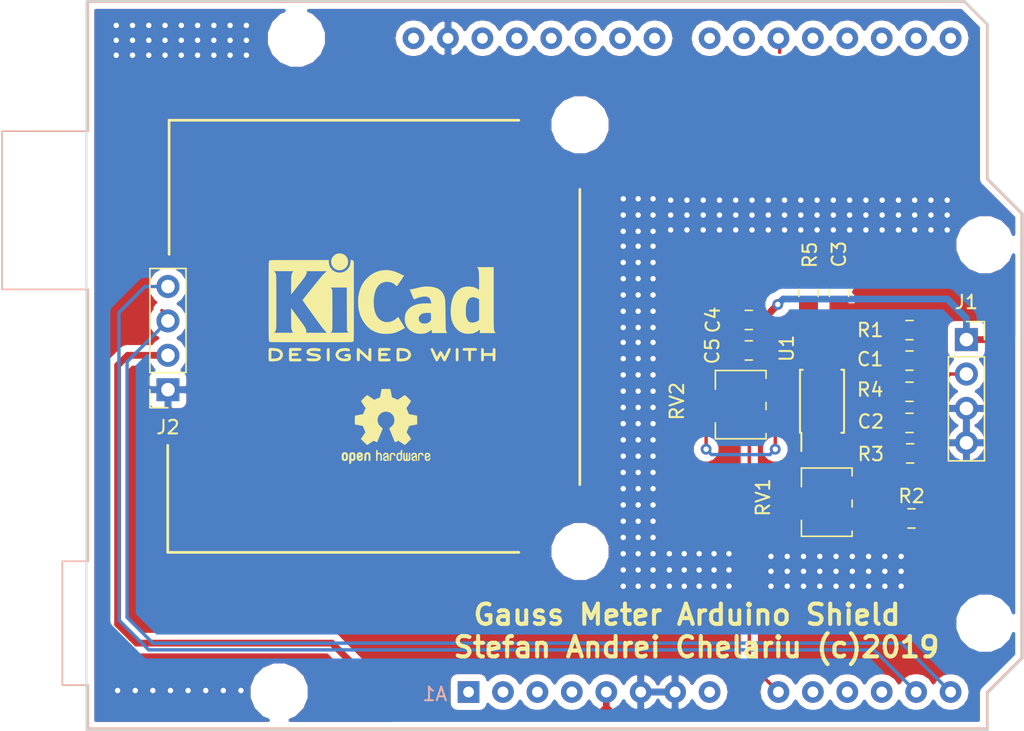
<source format=kicad_pcb>
(kicad_pcb (version 20171130) (host pcbnew "(5.0.0)")
  (layers (0 F.Cu signal) (31 B.Cu signal) (34 B.Paste user) (35 F.Paste user) (36 B.SilkS user) (37 F.SilkS user) (38 B.Mask user) (39 F.Mask user) (44 Edge.Cuts user))
  (net 0 "")
  (net 1 GND)
  (net 2 "Net-(A1-Pad30)")
  (net 3 "Net-(A1-Pad1)")
  (net 4 "Net-(A1-Pad17)")
  (net 5 "Net-(A1-Pad2)")
  (net 6 "Net-(A1-Pad18)")
  (net 7 "Net-(A1-Pad3)")
  (net 8 "Net-(A1-Pad19)")
  (net 9 "Net-(A1-Pad4)")
  (net 10 "Net-(A1-Pad20)")
  (net 11 +5V)
  (net 12 "Net-(A1-Pad21)")
  (net 13 "Net-(A1-Pad22)")
  (net 14 "Net-(A1-Pad23)")
  (net 15 "Net-(A1-Pad8)")
  (net 16 "Net-(A1-Pad24)")
  (net 17 "Net-(A1-Pad9)")
  (net 18 "Net-(A1-Pad25)")
  (net 19 "Net-(A1-Pad10)")
  (net 20 "Net-(A1-Pad26)")
  (net 21 "Net-(A1-Pad11)")
  (net 22 "Net-(A1-Pad27)")
  (net 23 "Net-(A1-Pad12)")
  (net 24 "Net-(A1-Pad28)")
  (net 25 "Net-(A1-Pad13)")
  (net 26 "Net-(A1-Pad14)")
  (net 27 "Net-(A1-Pad15)")
  (net 28 "Net-(A1-Pad16)")
  (net 29 "Net-(C1-Pad1)")
  (net 30 "Net-(C2-Pad1)")
  (net 31 "Net-(R2-Pad1)")
  (net 32 "Net-(R3-Pad2)")
  (net 33 "Net-(R5-Pad2)")
  (net 34 "Net-(RV1-Pad2)")
  (net 35 "Net-(RV2-Pad3)")
  (net 36 "Net-(RV2-Pad1)")
  (module Module:Arduino_UNO_R2_WithMountingHoles (layer B.Cu) (at 144.175001 112.315001)
    (fp_text reference A1 (at -2.49 0.15 -180) (layer B.SilkS) (effects (justify mirror)))
    (fp_text value Arduino_UNO_R2)
    (pad 29 thru_hole oval (at -1.52 -48.26 270) (size 1.6 1.6) (drill 0.8) (layers *.Cu *.Mask) (net 1 GND))
    (pad 30 thru_hole oval (at -4.06 -48.26 270) (size 1.6 1.6) (drill 0.8) (layers *.Cu *.Mask) (net 2 "Net-(A1-Pad30)"))
    (pad 1 thru_hole rect (at 0 0 270) (size 1.6 1.6) (drill 0.8) (layers *.Cu *.Mask) (net 3 "Net-(A1-Pad1)"))
    (pad 17 thru_hole oval (at 30.48 -48.26 270) (size 1.6 1.6) (drill 0.8) (layers *.Cu *.Mask) (net 4 "Net-(A1-Pad17)"))
    (pad 2 thru_hole oval (at 2.54 0 270) (size 1.6 1.6) (drill 0.8) (layers *.Cu *.Mask) (net 5 "Net-(A1-Pad2)"))
    (pad 18 thru_hole oval (at 27.94 -48.26 270) (size 1.6 1.6) (drill 0.8) (layers *.Cu *.Mask) (net 6 "Net-(A1-Pad18)"))
    (pad 3 thru_hole oval (at 5.08 0 270) (size 1.6 1.6) (drill 0.8) (layers *.Cu *.Mask) (net 7 "Net-(A1-Pad3)"))
    (pad 19 thru_hole oval (at 25.4 -48.26 270) (size 1.6 1.6) (drill 0.8) (layers *.Cu *.Mask) (net 8 "Net-(A1-Pad19)"))
    (pad 4 thru_hole oval (at 7.62 0 270) (size 1.6 1.6) (drill 0.8) (layers *.Cu *.Mask) (net 9 "Net-(A1-Pad4)"))
    (pad 20 thru_hole oval (at 22.86 -48.26 270) (size 1.6 1.6) (drill 0.8) (layers *.Cu *.Mask) (net 10 "Net-(A1-Pad20)"))
    (pad 5 thru_hole oval (at 10.16 0 270) (size 1.6 1.6) (drill 0.8) (layers *.Cu *.Mask) (net 11 +5V))
    (pad 21 thru_hole oval (at 20.32 -48.26 270) (size 1.6 1.6) (drill 0.8) (layers *.Cu *.Mask) (net 12 "Net-(A1-Pad21)"))
    (pad 6 thru_hole oval (at 12.7 0 270) (size 1.6 1.6) (drill 0.8) (layers *.Cu *.Mask) (net 1 GND))
    (pad 22 thru_hole oval (at 17.78 -48.26 270) (size 1.6 1.6) (drill 0.8) (layers *.Cu *.Mask) (net 13 "Net-(A1-Pad22)"))
    (pad 7 thru_hole oval (at 15.24 0 270) (size 1.6 1.6) (drill 0.8) (layers *.Cu *.Mask) (net 1 GND))
    (pad 23 thru_hole oval (at 13.72 -48.26 270) (size 1.6 1.6) (drill 0.8) (layers *.Cu *.Mask) (net 14 "Net-(A1-Pad23)"))
    (pad 8 thru_hole oval (at 17.78 0 270) (size 1.6 1.6) (drill 0.8) (layers *.Cu *.Mask) (net 15 "Net-(A1-Pad8)"))
    (pad 24 thru_hole oval (at 11.18 -48.26 270) (size 1.6 1.6) (drill 0.8) (layers *.Cu *.Mask) (net 16 "Net-(A1-Pad24)"))
    (pad 9 thru_hole oval (at 22.86 0 270) (size 1.6 1.6) (drill 0.8) (layers *.Cu *.Mask) (net 17 "Net-(A1-Pad9)"))
    (pad 25 thru_hole oval (at 8.64 -48.26 270) (size 1.6 1.6) (drill 0.8) (layers *.Cu *.Mask) (net 18 "Net-(A1-Pad25)"))
    (pad 10 thru_hole oval (at 25.4 0 270) (size 1.6 1.6) (drill 0.8) (layers *.Cu *.Mask) (net 19 "Net-(A1-Pad10)"))
    (pad 26 thru_hole oval (at 6.1 -48.26 270) (size 1.6 1.6) (drill 0.8) (layers *.Cu *.Mask) (net 20 "Net-(A1-Pad26)"))
    (pad 11 thru_hole oval (at 27.94 0 270) (size 1.6 1.6) (drill 0.8) (layers *.Cu *.Mask) (net 21 "Net-(A1-Pad11)"))
    (pad 27 thru_hole oval (at 3.56 -48.26 270) (size 1.6 1.6) (drill 0.8) (layers *.Cu *.Mask) (net 22 "Net-(A1-Pad27)"))
    (pad 12 thru_hole oval (at 30.48 0 270) (size 1.6 1.6) (drill 0.8) (layers *.Cu *.Mask) (net 23 "Net-(A1-Pad12)"))
    (pad 28 thru_hole oval (at 1.02 -48.26 270) (size 1.6 1.6) (drill 0.8) (layers *.Cu *.Mask) (net 24 "Net-(A1-Pad28)"))
    (pad 13 thru_hole oval (at 33.02 0 270) (size 1.6 1.6) (drill 0.8) (layers *.Cu *.Mask) (net 25 "Net-(A1-Pad13)"))
    (pad 14 thru_hole oval (at 35.56 0 270) (size 1.6 1.6) (drill 0.8) (layers *.Cu *.Mask) (net 26 "Net-(A1-Pad14)"))
    (pad 15 thru_hole oval (at 35.56 -48.26 270) (size 1.6 1.6) (drill 0.8) (layers *.Cu *.Mask) (net 27 "Net-(A1-Pad15)"))
    (pad 16 thru_hole oval (at 33.02 -48.26 270) (size 1.6 1.6) (drill 0.8) (layers *.Cu *.Mask) (net 28 "Net-(A1-Pad16)"))
    (pad "" np_thru_hole circle (at -13.97 0 270) (size 3.2 3.2) (drill 3.2) (layers *.Cu *.Mask))
    (pad "" np_thru_hole circle (at -12.7 -48.26 270) (size 3.2 3.2) (drill 3.2) (layers *.Cu *.Mask))
    (pad "" np_thru_hole circle (at 38.1 -33.02 270) (size 3.2 3.2) (drill 3.2) (layers *.Cu *.Mask))
    (pad "" np_thru_hole circle (at 38.1 -5.08 270) (size 3.2 3.2) (drill 3.2) (layers *.Cu *.Mask))
  )
  (module Capacitor_SMD:C_0805_2012Metric_Pad1.15x1.40mm_HandSolder (layer F.Cu) (at 176.7 87.85)
    (fp_text reference C1 (at -2.9 -0.1) (layer F.SilkS))
    (fp_text value 470p)
    (pad 1 smd roundrect (at -1.025 0) (size 1.15 1.4) (layers F.Cu F.Paste F.Mask) (roundrect_rratio 0.217391) (net 29 "Net-(C1-Pad1)"))
    (pad 2 smd roundrect (at 1.025 0) (size 1.15 1.4) (layers F.Cu F.Paste F.Mask) (roundrect_rratio 0.217391) (net 1 GND))
  )
  (module Capacitor_SMD:C_0805_2012Metric_Pad1.15x1.40mm_HandSolder (layer F.Cu) (at 176.7 92.45)
    (fp_text reference C2 (at -2.85 -0.1) (layer F.SilkS))
    (fp_text value 47p)
    (pad 2 smd roundrect (at 1.025 0) (size 1.15 1.4) (layers F.Cu F.Paste F.Mask) (roundrect_rratio 0.217391) (net 1 GND))
    (pad 1 smd roundrect (at -1.025 0) (size 1.15 1.4) (layers F.Cu F.Paste F.Mask) (roundrect_rratio 0.217391) (net 30 "Net-(C2-Pad1)"))
  )
  (module Capacitor_SMD:C_0805_2012Metric_Pad1.15x1.40mm_HandSolder (layer F.Cu) (at 171.5 82.85 270)
    (fp_text reference C3 (at -2.85 0 270) (layer F.SilkS))
    (fp_text value 1n)
    (pad 1 smd roundrect (at -1.025 0 270) (size 1.15 1.4) (layers F.Cu F.Paste F.Mask) (roundrect_rratio 0.217391) (net 17 "Net-(A1-Pad9)"))
    (pad 2 smd roundrect (at 1.025 0 270) (size 1.15 1.4) (layers F.Cu F.Paste F.Mask) (roundrect_rratio 0.217391) (net 1 GND))
  )
  (module Capacitor_SMD:C_0805_2012Metric_Pad1.15x1.40mm_HandSolder (layer F.Cu) (at 164.85 84.85 180)
    (fp_text reference C4 (at 2.65 0 270) (layer F.SilkS))
    (fp_text value 10u)
    (pad 2 smd roundrect (at 1.025 0 180) (size 1.15 1.4) (layers F.Cu F.Paste F.Mask) (roundrect_rratio 0.217391) (net 1 GND))
    (pad 1 smd roundrect (at -1.025 0 180) (size 1.15 1.4) (layers F.Cu F.Paste F.Mask) (roundrect_rratio 0.217391) (net 11 +5V))
  )
  (module Capacitor_SMD:C_0805_2012Metric_Pad1.15x1.40mm_HandSolder (layer F.Cu) (at 164.85 87.1 180)
    (fp_text reference C5 (at 2.7 -0.05 270) (layer F.SilkS))
    (fp_text value 0.1u)
    (pad 1 smd roundrect (at -1.025 0 180) (size 1.15 1.4) (layers F.Cu F.Paste F.Mask) (roundrect_rratio 0.217391) (net 11 +5V))
    (pad 2 smd roundrect (at 1.025 0 180) (size 1.15 1.4) (layers F.Cu F.Paste F.Mask) (roundrect_rratio 0.217391) (net 1 GND))
  )
  (module Connector_PinSocket_2.54mm:PinSocket_1x04_P2.54mm_Vertical (layer F.Cu) (at 180.9 86.3)
    (fp_text reference J1 (at 0 -2.77) (layer F.SilkS))
    (fp_text value Conn_01x04)
    (pad 1 thru_hole rect (at 0 0) (size 1.7 1.7) (drill 1) (layers *.Cu *.Mask) (net 11 +5V))
    (pad 2 thru_hole oval (at 0 2.54) (size 1.7 1.7) (drill 1) (layers *.Cu *.Mask) (net 29 "Net-(C1-Pad1)"))
    (pad 3 thru_hole oval (at 0 5.08) (size 1.7 1.7) (drill 1) (layers *.Cu *.Mask) (net 1 GND))
    (pad 4 thru_hole oval (at 0 7.62) (size 1.7 1.7) (drill 1) (layers *.Cu *.Mask) (net 1 GND))
  )
  (module Resistor_SMD:R_0805_2012Metric_Pad1.15x1.40mm_HandSolder (layer F.Cu) (at 176.7 85.6)
    (fp_text reference R1 (at -2.9 0) (layer F.SilkS))
    (fp_text value 100k)
    (pad 1 smd roundrect (at -1.025 0) (size 1.15 1.4) (layers F.Cu F.Paste F.Mask) (roundrect_rratio 0.217391) (net 29 "Net-(C1-Pad1)"))
    (pad 2 smd roundrect (at 1.025 0) (size 1.15 1.4) (layers F.Cu F.Paste F.Mask) (roundrect_rratio 0.217391) (net 1 GND))
  )
  (module Resistor_SMD:R_0805_2012Metric_Pad1.15x1.40mm_HandSolder (layer F.Cu) (at 176.85 99.5)
    (fp_text reference R2 (at 0 -1.65) (layer F.SilkS))
    (fp_text value 47k)
    (pad 2 smd roundrect (at 1.025 0) (size 1.15 1.4) (layers F.Cu F.Paste F.Mask) (roundrect_rratio 0.217391) (net 11 +5V))
    (pad 1 smd roundrect (at -1.025 0) (size 1.15 1.4) (layers F.Cu F.Paste F.Mask) (roundrect_rratio 0.217391) (net 31 "Net-(R2-Pad1)"))
  )
  (module Resistor_SMD:R_0805_2012Metric_Pad1.15x1.40mm_HandSolder (layer F.Cu) (at 176.75 94.7 180)
    (fp_text reference R3 (at 2.9 -0.05 180) (layer F.SilkS))
    (fp_text value 47k)
    (pad 1 smd roundrect (at -1.025 0 180) (size 1.15 1.4) (layers F.Cu F.Paste F.Mask) (roundrect_rratio 0.217391) (net 1 GND))
    (pad 2 smd roundrect (at 1.025 0 180) (size 1.15 1.4) (layers F.Cu F.Paste F.Mask) (roundrect_rratio 0.217391) (net 32 "Net-(R3-Pad2)"))
  )
  (module Resistor_SMD:R_0805_2012Metric_Pad1.15x1.40mm_HandSolder (layer F.Cu) (at 176.7 90.15)
    (fp_text reference R4 (at -2.9 -0.15) (layer F.SilkS))
    (fp_text value 10k)
    (pad 2 smd roundrect (at 1.025 0) (size 1.15 1.4) (layers F.Cu F.Paste F.Mask) (roundrect_rratio 0.217391) (net 1 GND))
    (pad 1 smd roundrect (at -1.025 0) (size 1.15 1.4) (layers F.Cu F.Paste F.Mask) (roundrect_rratio 0.217391) (net 30 "Net-(C2-Pad1)"))
  )
  (module Resistor_SMD:R_0805_2012Metric_Pad1.15x1.40mm_HandSolder (layer F.Cu) (at 169.25 82.85 270)
    (fp_text reference R5 (at -2.8 -0.1 270) (layer F.SilkS))
    (fp_text value 100)
    (pad 1 smd roundrect (at -1.025 0 270) (size 1.15 1.4) (layers F.Cu F.Paste F.Mask) (roundrect_rratio 0.217391) (net 17 "Net-(A1-Pad9)"))
    (pad 2 smd roundrect (at 1.025 0 270) (size 1.15 1.4) (layers F.Cu F.Paste F.Mask) (roundrect_rratio 0.217391) (net 33 "Net-(R5-Pad2)"))
  )
  (module Potentiometer_SMD:Potentiometer_Bourns_3214X_Vertical (layer F.Cu) (at 170.6 98.4 270)
    (fp_text reference RV1 (at -0.45 4.7 270) (layer F.SilkS))
    (fp_text value 10k)
    (pad 1 smd rect (at 1.15 -2.55 270) (size 1.3 1.9) (layers F.Cu F.Paste F.Mask) (net 31 "Net-(R2-Pad1)"))
    (pad 2 smd rect (at 0 2.55 270) (size 2 1.9) (layers F.Cu F.Paste F.Mask) (net 34 "Net-(RV1-Pad2)"))
    (pad 3 smd rect (at -1.15 -2.55 270) (size 1.3 1.9) (layers F.Cu F.Paste F.Mask) (net 32 "Net-(R3-Pad2)"))
  )
  (module Potentiometer_SMD:Potentiometer_Bourns_3214X_Vertical (layer F.Cu) (at 164.25 91.2 270)
    (fp_text reference RV2 (at -0.35 4.7 270) (layer F.SilkS))
    (fp_text value 10k)
    (pad 3 smd rect (at -1.15 -2.55 270) (size 1.3 1.9) (layers F.Cu F.Paste F.Mask) (net 35 "Net-(RV2-Pad3)"))
    (pad 2 smd rect (at 0 2.55 270) (size 2 1.9) (layers F.Cu F.Paste F.Mask) (net 36 "Net-(RV2-Pad1)"))
    (pad 1 smd rect (at 1.15 -2.55 270) (size 1.3 1.9) (layers F.Cu F.Paste F.Mask) (net 36 "Net-(RV2-Pad1)"))
  )
  (module Package_SO:TSSOP-8_4.4x3mm_P0.65mm (layer F.Cu) (at 170.25 90.85 90)
    (fp_text reference U1 (at 3.9 -2.6 90) (layer F.SilkS))
    (fp_text value INA326)
    (pad 1 smd rect (at -2.95 -0.975 90) (size 1.45 0.45) (layers F.Cu F.Paste F.Mask) (net 36 "Net-(RV2-Pad1)"))
    (pad 2 smd rect (at -2.95 -0.325 90) (size 1.45 0.45) (layers F.Cu F.Paste F.Mask) (net 34 "Net-(RV1-Pad2)"))
    (pad 3 smd rect (at -2.95 0.325 90) (size 1.45 0.45) (layers F.Cu F.Paste F.Mask) (net 29 "Net-(C1-Pad1)"))
    (pad 4 smd rect (at -2.95 0.975 90) (size 1.45 0.45) (layers F.Cu F.Paste F.Mask) (net 1 GND))
    (pad 5 smd rect (at 2.95 0.975 90) (size 1.45 0.45) (layers F.Cu F.Paste F.Mask) (net 30 "Net-(C2-Pad1)"))
    (pad 6 smd rect (at 2.95 0.325 90) (size 1.45 0.45) (layers F.Cu F.Paste F.Mask) (net 33 "Net-(R5-Pad2)"))
    (pad 7 smd rect (at 2.95 -0.325 90) (size 1.45 0.45) (layers F.Cu F.Paste F.Mask) (net 11 +5V))
    (pad 8 smd rect (at 2.95 -0.975 90) (size 1.45 0.45) (layers F.Cu F.Paste F.Mask) (net 35 "Net-(RV2-Pad3)"))
  )
  (module Connector_PinSocket_2.54mm:PinSocket_1x04_P2.54mm_Vertical (layer F.Cu) (at 122 90 180)
    (fp_text reference J2 (at 0 -2.77 180) (layer F.SilkS))
    (fp_text value "128x64 - SSH1106")
    (pad 1 thru_hole rect (at 0 0 180) (size 1.7 1.7) (drill 1) (layers *.Cu *.Mask) (net 1 GND))
    (pad 2 thru_hole oval (at 0 2.54 180) (size 1.7 1.7) (drill 1) (layers *.Cu *.Mask) (net 11 +5V))
    (pad 3 thru_hole oval (at 0 5.08 180) (size 1.7 1.7) (drill 1) (layers *.Cu *.Mask) (net 26 "Net-(A1-Pad14)"))
    (pad 4 thru_hole oval (at 0 7.62 180) (size 1.7 1.7) (drill 1) (layers *.Cu *.Mask) (net 25 "Net-(A1-Pad13)"))
  )
  (module Symbol:KiCad-Logo2_8mm_SilkScreen (layer F.Cu) (at 137.785001 83.905001)
    (fp_text reference REF** hide)
    (fp_text value KiCad-Logo2_8mm_SilkScreen hide)
  )
  (module Symbol:OSHW-Logo2_7.3x6mm_SilkScreen (layer F.Cu) (at 138.085001 92.705001)
    (fp_text reference REF** hide)
    (fp_text value OSHW-Logo2_7.3x6mm_SilkScreen hide)
  )
  (module MountingHole:MountingHole_3.2mm_M3 (layer F.Cu) (at 152.4 70.44)
    (fp_text reference REF** hide)
    (fp_text value MountingHole_3.2mm_M3)
    (pad 1 np_thru_hole circle (at 0 0) (size 3.2 3.2) (drill 3.2) (layers *.Cu *.Mask))
  )
  (module MountingHole:MountingHole_3.2mm_M3 (layer F.Cu) (at 152.4 101.94)
    (fp_text reference REF** hide)
    (fp_text value MountingHole_3.2mm_M3)
    (pad 1 np_thru_hole circle (at 0 0) (size 3.2 3.2) (drill 3.2) (layers *.Cu *.Mask))
  )
  (gr_line (start 152.385001 75.205001) (end 152.385001 97.005001) (layer F.SilkS) (width 0.2))
  (gr_line (start 121.985001 102.005001) (end 147.885001 102.005001) (layer F.SilkS) (width 0.2))
  (gr_line (start 121.985001 94.105001) (end 121.985001 102.005001) (layer F.SilkS) (width 0.2))
  (gr_line (start 122.085001 70.105001) (end 147.885001 70.105001) (layer F.SilkS) (width 0.2))
  (gr_line (start 122.085001 80.005001) (end 122.085001 70.105001) (layer F.SilkS) (width 0.2))
  (gr_line (start 182.485001 115.105001) (end 115.985001 115.105001) (layer Edge.Cuts) (width 0.15))
  (gr_line (start 182.485001 112.405001) (end 182.485001 115.105001) (layer Edge.Cuts) (width 0.15))
  (gr_line (start 185.085001 109.805001) (end 182.485001 112.405001) (layer Edge.Cuts) (width 0.15))
  (gr_line (start 185.085001 77.005001) (end 185.085001 109.805001) (layer Edge.Cuts) (width 0.15))
  (gr_line (start 182.485001 74.405001) (end 185.085001 77.005001) (layer Edge.Cuts) (width 0.15))
  (gr_line (start 182.485001 63.005001) (end 182.485001 74.405001) (layer Edge.Cuts) (width 0.15))
  (gr_line (start 180.785001 61.305001) (end 182.485001 63.005001) (layer Edge.Cuts) (width 0.15))
  (gr_line (start 115.985001 61.305001) (end 180.785001 61.305001) (layer Edge.Cuts) (width 0.15))
  (gr_line (start 115.985001 115.105001) (end 115.985001 61.305001) (layer Edge.Cuts) (width 0.15))
  (gr_text "Stefan Andrei Chelariu (c)2019" (at 160.985001 109.005001) (layer F.SilkS) (effects (font (size 1.5 1.5) (thickness 0.3))))
  (gr_text "Gauss Meter Arduino Shield" (at 160.285001 106.605001) (layer F.SilkS) (effects (font (size 1.5 1.5) (thickness 0.3))))
  (via (at 166.485001 102.305001) (size 0.8) (drill 0.4) (layers F.Cu B.Cu) (net 1))
  (via (at 167.685001 102.305001) (size 0.8) (drill 0.4) (layers F.Cu B.Cu) (net 1))
  (via (at 168.885001 102.305001) (size 0.8) (drill 0.4) (layers F.Cu B.Cu) (net 1))
  (via (at 170.085001 102.305001) (size 0.8) (drill 0.4) (layers F.Cu B.Cu) (net 1))
  (via (at 171.285001 102.305001) (size 0.8) (drill 0.4) (layers F.Cu B.Cu) (net 1))
  (via (at 172.485001 102.305001) (size 0.8) (drill 0.4) (layers F.Cu B.Cu) (net 1))
  (via (at 173.685001 102.305001) (size 0.8) (drill 0.4) (layers F.Cu B.Cu) (net 1))
  (via (at 174.885001 102.305001) (size 0.8) (drill 0.4) (layers F.Cu B.Cu) (net 1))
  (via (at 176.085001 102.305001) (size 0.8) (drill 0.4) (layers F.Cu B.Cu) (net 1))
  (via (at 166.485001 103.405001) (size 0.8) (drill 0.4) (layers F.Cu B.Cu) (net 1))
  (via (at 167.685001 103.405001) (size 0.8) (drill 0.4) (layers F.Cu B.Cu) (net 1))
  (via (at 168.885001 103.405001) (size 0.8) (drill 0.4) (layers F.Cu B.Cu) (net 1))
  (via (at 170.085001 103.405001) (size 0.8) (drill 0.4) (layers F.Cu B.Cu) (net 1))
  (via (at 171.285001 103.405001) (size 0.8) (drill 0.4) (layers F.Cu B.Cu) (net 1))
  (via (at 172.485001 103.405001) (size 0.8) (drill 0.4) (layers F.Cu B.Cu) (net 1))
  (via (at 173.685001 103.405001) (size 0.8) (drill 0.4) (layers F.Cu B.Cu) (net 1))
  (via (at 174.885001 103.405001) (size 0.8) (drill 0.4) (layers F.Cu B.Cu) (net 1))
  (via (at 176.085001 103.405001) (size 0.8) (drill 0.4) (layers F.Cu B.Cu) (net 1))
  (via (at 166.485001 104.505001) (size 0.8) (drill 0.4) (layers F.Cu B.Cu) (net 1))
  (via (at 167.685001 104.505001) (size 0.8) (drill 0.4) (layers F.Cu B.Cu) (net 1))
  (via (at 168.885001 104.505001) (size 0.8) (drill 0.4) (layers F.Cu B.Cu) (net 1))
  (via (at 170.085001 104.505001) (size 0.8) (drill 0.4) (layers F.Cu B.Cu) (net 1))
  (via (at 171.285001 104.505001) (size 0.8) (drill 0.4) (layers F.Cu B.Cu) (net 1))
  (via (at 172.485001 104.505001) (size 0.8) (drill 0.4) (layers F.Cu B.Cu) (net 1))
  (via (at 173.685001 104.505001) (size 0.8) (drill 0.4) (layers F.Cu B.Cu) (net 1))
  (via (at 174.885001 104.505001) (size 0.8) (drill 0.4) (layers F.Cu B.Cu) (net 1))
  (via (at 176.085001 104.505001) (size 0.8) (drill 0.4) (layers F.Cu B.Cu) (net 1))
  (via (at 118.285001 112.205001) (size 0.8) (drill 0.4) (layers F.Cu B.Cu) (net 1))
  (via (at 119.585001 112.205001) (size 0.8) (drill 0.4) (layers F.Cu B.Cu) (net 1))
  (via (at 120.885001 112.205001) (size 0.8) (drill 0.4) (layers F.Cu B.Cu) (net 1))
  (via (at 122.185001 112.205001) (size 0.8) (drill 0.4) (layers F.Cu B.Cu) (net 1))
  (via (at 123.485001 112.205001) (size 0.8) (drill 0.4) (layers F.Cu B.Cu) (net 1))
  (via (at 124.785001 112.205001) (size 0.8) (drill 0.4) (layers F.Cu B.Cu) (net 1))
  (via (at 126.085001 112.205001) (size 0.8) (drill 0.4) (layers F.Cu B.Cu) (net 1))
  (via (at 127.385001 112.205001) (size 0.8) (drill 0.4) (layers F.Cu B.Cu) (net 1))
  (via (at 127.785001 65.305001) (size 0.8) (drill 0.4) (layers F.Cu B.Cu) (net 1))
  (via (at 125.385001 65.305001) (size 0.8) (drill 0.4) (layers F.Cu B.Cu) (net 1))
  (via (at 127.785001 64.205001) (size 0.8) (drill 0.4) (layers F.Cu B.Cu) (net 1))
  (via (at 122.985001 64.205001) (size 0.8) (drill 0.4) (layers F.Cu B.Cu) (net 1))
  (via (at 122.985001 65.305001) (size 0.8) (drill 0.4) (layers F.Cu B.Cu) (net 1))
  (via (at 126.585001 64.205001) (size 0.8) (drill 0.4) (layers F.Cu B.Cu) (net 1))
  (via (at 121.785001 65.305001) (size 0.8) (drill 0.4) (layers F.Cu B.Cu) (net 1))
  (via (at 125.385001 64.205001) (size 0.8) (drill 0.4) (layers F.Cu B.Cu) (net 1))
  (via (at 126.585001 65.305001) (size 0.8) (drill 0.4) (layers F.Cu B.Cu) (net 1))
  (via (at 118.185001 65.305001) (size 0.8) (drill 0.4) (layers F.Cu B.Cu) (net 1))
  (via (at 120.585001 65.305001) (size 0.8) (drill 0.4) (layers F.Cu B.Cu) (net 1))
  (via (at 121.785001 64.205001) (size 0.8) (drill 0.4) (layers F.Cu B.Cu) (net 1))
  (via (at 119.385001 65.305001) (size 0.8) (drill 0.4) (layers F.Cu B.Cu) (net 1))
  (via (at 118.185001 63.105001) (size 0.8) (drill 0.4) (layers F.Cu B.Cu) (net 1))
  (via (at 126.585001 63.105001) (size 0.8) (drill 0.4) (layers F.Cu B.Cu) (net 1))
  (via (at 119.385001 63.105001) (size 0.8) (drill 0.4) (layers F.Cu B.Cu) (net 1))
  (via (at 120.585001 63.105001) (size 0.8) (drill 0.4) (layers F.Cu B.Cu) (net 1))
  (via (at 121.785001 63.105001) (size 0.8) (drill 0.4) (layers F.Cu B.Cu) (net 1))
  (via (at 122.985001 63.105001) (size 0.8) (drill 0.4) (layers F.Cu B.Cu) (net 1))
  (via (at 124.185001 63.105001) (size 0.8) (drill 0.4) (layers F.Cu B.Cu) (net 1))
  (via (at 125.385001 63.105001) (size 0.8) (drill 0.4) (layers F.Cu B.Cu) (net 1))
  (via (at 124.185001 65.305001) (size 0.8) (drill 0.4) (layers F.Cu B.Cu) (net 1))
  (via (at 127.785001 63.105001) (size 0.8) (drill 0.4) (layers F.Cu B.Cu) (net 1))
  (via (at 118.185001 64.205001) (size 0.8) (drill 0.4) (layers F.Cu B.Cu) (net 1))
  (via (at 119.385001 64.205001) (size 0.8) (drill 0.4) (layers F.Cu B.Cu) (net 1))
  (via (at 120.585001 64.205001) (size 0.8) (drill 0.4) (layers F.Cu B.Cu) (net 1))
  (via (at 124.185001 64.205001) (size 0.8) (drill 0.4) (layers F.Cu B.Cu) (net 1))
  (via (at 157.785001 75.905001) (size 0.8) (drill 0.4) (layers F.Cu B.Cu) (net 1))
  (via (at 156.685001 83.005001) (size 0.8) (drill 0.4) (layers F.Cu B.Cu) (net 1))
  (via (at 157.785001 80.605001) (size 0.8) (drill 0.4) (layers F.Cu B.Cu) (net 1))
  (via (at 157.785001 79.405001) (size 0.8) (drill 0.4) (layers F.Cu B.Cu) (net 1))
  (via (at 157.785001 78.305001) (size 0.8) (drill 0.4) (layers F.Cu B.Cu) (net 1))
  (via (at 155.585001 80.605001) (size 0.8) (drill 0.4) (layers F.Cu B.Cu) (net 1))
  (via (at 155.585001 78.305001) (size 0.8) (drill 0.4) (layers F.Cu B.Cu) (net 1))
  (via (at 156.685001 80.605001) (size 0.8) (drill 0.4) (layers F.Cu B.Cu) (net 1))
  (via (at 157.785001 83.005001) (size 0.8) (drill 0.4) (layers F.Cu B.Cu) (net 1))
  (via (at 157.785001 81.805001) (size 0.8) (drill 0.4) (layers F.Cu B.Cu) (net 1))
  (via (at 155.585001 79.405001) (size 0.8) (drill 0.4) (layers F.Cu B.Cu) (net 1))
  (via (at 156.685001 77.105001) (size 0.8) (drill 0.4) (layers F.Cu B.Cu) (net 1))
  (via (at 155.585001 75.905001) (size 0.8) (drill 0.4) (layers F.Cu B.Cu) (net 1))
  (via (at 156.685001 79.405001) (size 0.8) (drill 0.4) (layers F.Cu B.Cu) (net 1))
  (via (at 157.785001 77.105001) (size 0.8) (drill 0.4) (layers F.Cu B.Cu) (net 1))
  (via (at 155.585001 77.105001) (size 0.8) (drill 0.4) (layers F.Cu B.Cu) (net 1))
  (via (at 157.785001 85.405001) (size 0.8) (drill 0.4) (layers F.Cu B.Cu) (net 1))
  (via (at 155.585001 85.405001) (size 0.8) (drill 0.4) (layers F.Cu B.Cu) (net 1))
  (via (at 157.785001 84.205001) (size 0.8) (drill 0.4) (layers F.Cu B.Cu) (net 1))
  (via (at 156.685001 81.805001) (size 0.8) (drill 0.4) (layers F.Cu B.Cu) (net 1))
  (via (at 156.685001 85.405001) (size 0.8) (drill 0.4) (layers F.Cu B.Cu) (net 1))
  (via (at 156.685001 84.205001) (size 0.8) (drill 0.4) (layers F.Cu B.Cu) (net 1))
  (via (at 156.685001 78.305001) (size 0.8) (drill 0.4) (layers F.Cu B.Cu) (net 1))
  (via (at 156.685001 75.905001) (size 0.8) (drill 0.4) (layers F.Cu B.Cu) (net 1))
  (via (at 155.585001 84.205001) (size 0.8) (drill 0.4) (layers F.Cu B.Cu) (net 1))
  (via (at 155.585001 81.805001) (size 0.8) (drill 0.4) (layers F.Cu B.Cu) (net 1))
  (via (at 155.585001 83.005001) (size 0.8) (drill 0.4) (layers F.Cu B.Cu) (net 1))
  (via (at 159.085001 76.005001) (size 0.8) (drill 0.4) (layers F.Cu B.Cu) (net 1))
  (via (at 162.685001 77.105001) (size 0.8) (drill 0.4) (layers F.Cu B.Cu) (net 1))
  (via (at 160.285001 77.105001) (size 0.8) (drill 0.4) (layers F.Cu B.Cu) (net 1))
  (via (at 166.285001 77.105001) (size 0.8) (drill 0.4) (layers F.Cu B.Cu) (net 1))
  (via (at 162.685001 76.005001) (size 0.8) (drill 0.4) (layers F.Cu B.Cu) (net 1))
  (via (at 160.285001 78.205001) (size 0.8) (drill 0.4) (layers F.Cu B.Cu) (net 1))
  (via (at 168.685001 77.105001) (size 0.8) (drill 0.4) (layers F.Cu B.Cu) (net 1))
  (via (at 160.285001 76.005001) (size 0.8) (drill 0.4) (layers F.Cu B.Cu) (net 1))
  (via (at 159.085001 77.105001) (size 0.8) (drill 0.4) (layers F.Cu B.Cu) (net 1))
  (via (at 161.485001 76.005001) (size 0.8) (drill 0.4) (layers F.Cu B.Cu) (net 1))
  (via (at 163.885001 76.005001) (size 0.8) (drill 0.4) (layers F.Cu B.Cu) (net 1))
  (via (at 165.085001 77.105001) (size 0.8) (drill 0.4) (layers F.Cu B.Cu) (net 1))
  (via (at 163.885001 78.205001) (size 0.8) (drill 0.4) (layers F.Cu B.Cu) (net 1))
  (via (at 165.085001 78.205001) (size 0.8) (drill 0.4) (layers F.Cu B.Cu) (net 1))
  (via (at 165.085001 76.005001) (size 0.8) (drill 0.4) (layers F.Cu B.Cu) (net 1))
  (via (at 159.085001 78.205001) (size 0.8) (drill 0.4) (layers F.Cu B.Cu) (net 1))
  (via (at 163.885001 77.105001) (size 0.8) (drill 0.4) (layers F.Cu B.Cu) (net 1))
  (via (at 166.285001 78.205001) (size 0.8) (drill 0.4) (layers F.Cu B.Cu) (net 1))
  (via (at 166.285001 76.005001) (size 0.8) (drill 0.4) (layers F.Cu B.Cu) (net 1))
  (via (at 161.485001 78.205001) (size 0.8) (drill 0.4) (layers F.Cu B.Cu) (net 1))
  (via (at 168.685001 78.205001) (size 0.8) (drill 0.4) (layers F.Cu B.Cu) (net 1))
  (via (at 162.685001 78.205001) (size 0.8) (drill 0.4) (layers F.Cu B.Cu) (net 1))
  (via (at 167.485001 77.105001) (size 0.8) (drill 0.4) (layers F.Cu B.Cu) (net 1))
  (via (at 167.485001 78.205001) (size 0.8) (drill 0.4) (layers F.Cu B.Cu) (net 1))
  (via (at 168.685001 76.005001) (size 0.8) (drill 0.4) (layers F.Cu B.Cu) (net 1))
  (via (at 167.485001 76.005001) (size 0.8) (drill 0.4) (layers F.Cu B.Cu) (net 1))
  (via (at 161.485001 77.105001) (size 0.8) (drill 0.4) (layers F.Cu B.Cu) (net 1))
  (via (at 169.885001 76.005001) (size 0.8) (drill 0.4) (layers F.Cu B.Cu) (net 1))
  (via (at 174.685001 76.005001) (size 0.8) (drill 0.4) (layers F.Cu B.Cu) (net 1))
  (via (at 175.885001 78.205001) (size 0.8) (drill 0.4) (layers F.Cu B.Cu) (net 1))
  (via (at 177.085001 76.005001) (size 0.8) (drill 0.4) (layers F.Cu B.Cu) (net 1))
  (via (at 173.485001 78.205001) (size 0.8) (drill 0.4) (layers F.Cu B.Cu) (net 1))
  (via (at 177.085001 77.105001) (size 0.8) (drill 0.4) (layers F.Cu B.Cu) (net 1))
  (via (at 179.485001 77.105001) (size 0.8) (drill 0.4) (layers F.Cu B.Cu) (net 1))
  (via (at 177.085001 78.205001) (size 0.8) (drill 0.4) (layers F.Cu B.Cu) (net 1))
  (via (at 179.485001 78.205001) (size 0.8) (drill 0.4) (layers F.Cu B.Cu) (net 1))
  (via (at 178.285001 78.205001) (size 0.8) (drill 0.4) (layers F.Cu B.Cu) (net 1))
  (via (at 169.885001 78.205001) (size 0.8) (drill 0.4) (layers F.Cu B.Cu) (net 1))
  (via (at 178.285001 76.005001) (size 0.8) (drill 0.4) (layers F.Cu B.Cu) (net 1))
  (via (at 172.285001 77.105001) (size 0.8) (drill 0.4) (layers F.Cu B.Cu) (net 1))
  (via (at 172.285001 76.005001) (size 0.8) (drill 0.4) (layers F.Cu B.Cu) (net 1))
  (via (at 175.885001 77.105001) (size 0.8) (drill 0.4) (layers F.Cu B.Cu) (net 1))
  (via (at 174.685001 77.105001) (size 0.8) (drill 0.4) (layers F.Cu B.Cu) (net 1))
  (via (at 178.285001 77.105001) (size 0.8) (drill 0.4) (layers F.Cu B.Cu) (net 1))
  (via (at 173.485001 77.105001) (size 0.8) (drill 0.4) (layers F.Cu B.Cu) (net 1))
  (via (at 171.085001 76.005001) (size 0.8) (drill 0.4) (layers F.Cu B.Cu) (net 1))
  (via (at 174.685001 78.205001) (size 0.8) (drill 0.4) (layers F.Cu B.Cu) (net 1))
  (via (at 171.085001 77.105001) (size 0.8) (drill 0.4) (layers F.Cu B.Cu) (net 1))
  (via (at 171.085001 78.205001) (size 0.8) (drill 0.4) (layers F.Cu B.Cu) (net 1))
  (via (at 175.885001 76.005001) (size 0.8) (drill 0.4) (layers F.Cu B.Cu) (net 1))
  (via (at 172.285001 78.205001) (size 0.8) (drill 0.4) (layers F.Cu B.Cu) (net 1))
  (via (at 179.485001 76.005001) (size 0.8) (drill 0.4) (layers F.Cu B.Cu) (net 1))
  (via (at 169.885001 77.105001) (size 0.8) (drill 0.4) (layers F.Cu B.Cu) (net 1))
  (via (at 173.485001 76.005001) (size 0.8) (drill 0.4) (layers F.Cu B.Cu) (net 1))
  (via (at 155.585001 96.105001) (size 0.8) (drill 0.4) (layers F.Cu B.Cu) (net 1))
  (via (at 156.685001 92.505001) (size 0.8) (drill 0.4) (layers F.Cu B.Cu) (net 1))
  (via (at 156.685001 94.905001) (size 0.8) (drill 0.4) (layers F.Cu B.Cu) (net 1))
  (via (at 156.685001 88.905001) (size 0.8) (drill 0.4) (layers F.Cu B.Cu) (net 1))
  (via (at 155.585001 92.505001) (size 0.8) (drill 0.4) (layers F.Cu B.Cu) (net 1))
  (via (at 157.785001 94.905001) (size 0.8) (drill 0.4) (layers F.Cu B.Cu) (net 1))
  (via (at 156.685001 86.505001) (size 0.8) (drill 0.4) (layers F.Cu B.Cu) (net 1))
  (via (at 155.585001 94.905001) (size 0.8) (drill 0.4) (layers F.Cu B.Cu) (net 1))
  (via (at 156.685001 96.105001) (size 0.8) (drill 0.4) (layers F.Cu B.Cu) (net 1))
  (via (at 155.585001 93.705001) (size 0.8) (drill 0.4) (layers F.Cu B.Cu) (net 1))
  (via (at 155.585001 91.305001) (size 0.8) (drill 0.4) (layers F.Cu B.Cu) (net 1))
  (via (at 156.685001 90.105001) (size 0.8) (drill 0.4) (layers F.Cu B.Cu) (net 1))
  (via (at 157.785001 91.305001) (size 0.8) (drill 0.4) (layers F.Cu B.Cu) (net 1))
  (via (at 157.785001 90.105001) (size 0.8) (drill 0.4) (layers F.Cu B.Cu) (net 1))
  (via (at 155.585001 90.105001) (size 0.8) (drill 0.4) (layers F.Cu B.Cu) (net 1))
  (via (at 157.785001 96.105001) (size 0.8) (drill 0.4) (layers F.Cu B.Cu) (net 1))
  (via (at 156.685001 91.305001) (size 0.8) (drill 0.4) (layers F.Cu B.Cu) (net 1))
  (via (at 157.785001 88.905001) (size 0.8) (drill 0.4) (layers F.Cu B.Cu) (net 1))
  (via (at 155.585001 88.905001) (size 0.8) (drill 0.4) (layers F.Cu B.Cu) (net 1))
  (via (at 157.785001 93.705001) (size 0.8) (drill 0.4) (layers F.Cu B.Cu) (net 1))
  (via (at 157.785001 86.505001) (size 0.8) (drill 0.4) (layers F.Cu B.Cu) (net 1))
  (via (at 157.785001 92.505001) (size 0.8) (drill 0.4) (layers F.Cu B.Cu) (net 1))
  (via (at 156.685001 87.705001) (size 0.8) (drill 0.4) (layers F.Cu B.Cu) (net 1))
  (via (at 157.785001 87.705001) (size 0.8) (drill 0.4) (layers F.Cu B.Cu) (net 1))
  (via (at 155.585001 86.505001) (size 0.8) (drill 0.4) (layers F.Cu B.Cu) (net 1))
  (via (at 155.585001 87.705001) (size 0.8) (drill 0.4) (layers F.Cu B.Cu) (net 1))
  (via (at 156.685001 93.705001) (size 0.8) (drill 0.4) (layers F.Cu B.Cu) (net 1))
  (via (at 156.685001 102.105001) (size 0.8) (drill 0.4) (layers F.Cu B.Cu) (net 1))
  (via (at 157.785001 102.105001) (size 0.8) (drill 0.4) (layers F.Cu B.Cu) (net 1))
  (via (at 156.685001 98.505001) (size 0.8) (drill 0.4) (layers F.Cu B.Cu) (net 1))
  (via (at 157.785001 104.505001) (size 0.8) (drill 0.4) (layers F.Cu B.Cu) (net 1))
  (via (at 156.685001 100.905001) (size 0.8) (drill 0.4) (layers F.Cu B.Cu) (net 1))
  (via (at 155.585001 104.505001) (size 0.8) (drill 0.4) (layers F.Cu B.Cu) (net 1))
  (via (at 156.685001 104.505001) (size 0.8) (drill 0.4) (layers F.Cu B.Cu) (net 1))
  (via (at 156.685001 99.705001) (size 0.8) (drill 0.4) (layers F.Cu B.Cu) (net 1))
  (via (at 155.585001 102.105001) (size 0.8) (drill 0.4) (layers F.Cu B.Cu) (net 1))
  (via (at 155.585001 100.905001) (size 0.8) (drill 0.4) (layers F.Cu B.Cu) (net 1))
  (via (at 157.785001 98.505001) (size 0.8) (drill 0.4) (layers F.Cu B.Cu) (net 1))
  (via (at 156.685001 97.305001) (size 0.8) (drill 0.4) (layers F.Cu B.Cu) (net 1))
  (via (at 157.785001 97.305001) (size 0.8) (drill 0.4) (layers F.Cu B.Cu) (net 1))
  (via (at 155.585001 103.305001) (size 0.8) (drill 0.4) (layers F.Cu B.Cu) (net 1))
  (via (at 155.585001 97.305001) (size 0.8) (drill 0.4) (layers F.Cu B.Cu) (net 1))
  (via (at 156.685001 103.305001) (size 0.8) (drill 0.4) (layers F.Cu B.Cu) (net 1))
  (via (at 157.785001 99.705001) (size 0.8) (drill 0.4) (layers F.Cu B.Cu) (net 1))
  (via (at 157.785001 100.905001) (size 0.8) (drill 0.4) (layers F.Cu B.Cu) (net 1))
  (via (at 155.585001 99.705001) (size 0.8) (drill 0.4) (layers F.Cu B.Cu) (net 1))
  (via (at 157.785001 103.305001) (size 0.8) (drill 0.4) (layers F.Cu B.Cu) (net 1))
  (via (at 155.585001 98.505001) (size 0.8) (drill 0.4) (layers F.Cu B.Cu) (net 1))
  (via (at 160.085001 103.305001) (size 0.8) (drill 0.4) (layers F.Cu B.Cu) (net 1))
  (via (at 160.085001 102.105001) (size 0.8) (drill 0.4) (layers F.Cu B.Cu) (net 1))
  (via (at 160.085001 104.505001) (size 0.8) (drill 0.4) (layers F.Cu B.Cu) (net 1))
  (via (at 158.985001 104.505001) (size 0.8) (drill 0.4) (layers F.Cu B.Cu) (net 1))
  (via (at 158.985001 103.305001) (size 0.8) (drill 0.4) (layers F.Cu B.Cu) (net 1))
  (via (at 158.985001 102.105001) (size 0.8) (drill 0.4) (layers F.Cu B.Cu) (net 1))
  (via (at 161.185001 102.105001) (size 0.8) (drill 0.4) (layers F.Cu B.Cu) (net 1))
  (via (at 161.185001 104.505001) (size 0.8) (drill 0.4) (layers F.Cu B.Cu) (net 1))
  (via (at 162.285001 104.505001) (size 0.8) (drill 0.4) (layers F.Cu B.Cu) (net 1))
  (via (at 161.185001 103.305001) (size 0.8) (drill 0.4) (layers F.Cu B.Cu) (net 1))
  (via (at 162.285001 103.305001) (size 0.8) (drill 0.4) (layers F.Cu B.Cu) (net 1))
  (via (at 162.285001 102.105001) (size 0.8) (drill 0.4) (layers F.Cu B.Cu) (net 1))
  (via (at 163.385001 104.505001) (size 0.8) (drill 0.4) (layers F.Cu B.Cu) (net 1))
  (via (at 163.385001 102.105001) (size 0.8) (drill 0.4) (layers F.Cu B.Cu) (net 1))
  (via (at 163.385001 103.305001) (size 0.8) (drill 0.4) (layers F.Cu B.Cu) (net 1))
  (segment (start 169.25 81.825) (end 171.5 81.825) (width 0.25) (layer F.Cu) (net 17))
  (segment (start 167.125001 65.096371) (end 167.125001 63.965001) (width 0.25) (layer F.Cu) (net 10))
  (segment (start 166.498372 86.476628) (end 165.875 87.1) (width 0.25) (layer F.Cu) (net 11))
  (segment (start 169.38663 86.476628) (end 166.498372 86.476628) (width 0.25) (layer F.Cu) (net 11))
  (segment (start 169.925 87.9) (end 169.925 87.014998) (width 0.25) (layer F.Cu) (net 11))
  (segment (start 169.925 87.014998) (end 169.38663 86.476628) (width 0.25) (layer F.Cu) (net 11))
  (segment (start 177.875 103.715002) (end 177.875 99.5) (width 0.5) (layer F.Cu) (net 11))
  (segment (start 177.875 99.5) (end 182.190002 99.5) (width 0.5) (layer F.Cu) (net 11))
  (segment (start 182.190002 99.5) (end 183.885001 97.805001) (width 0.5) (layer F.Cu) (net 11))
  (segment (start 183.885001 97.805001) (end 183.885001 86.805001) (width 0.5) (layer F.Cu) (net 11))
  (segment (start 183.38 86.3) (end 180.9 86.3) (width 0.5) (layer F.Cu) (net 11))
  (segment (start 183.885001 86.805001) (end 183.38 86.3) (width 0.5) (layer F.Cu) (net 11))
  (segment (start 154.335001 113.446371) (end 153.676371 114.105001) (width 0.5) (layer F.Cu) (net 11))
  (segment (start 154.335001 112.315001) (end 154.335001 113.446371) (width 0.5) (layer F.Cu) (net 11))
  (segment (start 153.676371 114.105001) (end 139.485001 114.105001) (width 0.5) (layer F.Cu) (net 11))
  (segment (start 139.485001 114.105001) (end 134.085001 108.705001) (width 0.5) (layer F.Cu) (net 11))
  (segment (start 134.085001 108.705001) (end 119.685001 108.705001) (width 0.5) (layer F.Cu) (net 11))
  (segment (start 119.685001 108.705001) (end 118.285001 107.305001) (width 0.5) (layer F.Cu) (net 11))
  (segment (start 118.285001 107.305001) (end 118.285001 88.205001) (width 0.5) (layer F.Cu) (net 11))
  (segment (start 119.030002 87.46) (end 122 87.46) (width 0.5) (layer F.Cu) (net 11))
  (segment (start 118.285001 88.205001) (end 119.030002 87.46) (width 0.5) (layer F.Cu) (net 11))
  (segment (start 165.875 84.85) (end 165.875 87.1) (width 0.5) (layer F.Cu) (net 11))
  (segment (start 154.335001 113.446371) (end 154.893631 114.005001) (width 0.5) (layer F.Cu) (net 11))
  (segment (start 154.893631 114.005001) (end 180.785001 114.005001) (width 0.5) (layer F.Cu) (net 11))
  (segment (start 180.785001 114.005001) (end 181.585001 113.205001) (width 0.5) (layer F.Cu) (net 11))
  (segment (start 181.585001 113.205001) (end 181.585001 111.005001) (width 0.5) (layer F.Cu) (net 11))
  (segment (start 177.875 107.295) (end 177.875 103.715002) (width 0.5) (layer F.Cu) (net 11))
  (segment (start 181.585001 111.005001) (end 177.875 107.295) (width 0.5) (layer F.Cu) (net 11))
  (segment (start 166.498372 84.226628) (end 166.985001 83.705001) (width 0.5) (layer F.Cu) (net 11))
  (segment (start 165.875 84.85) (end 166.498372 84.226628) (width 0.5) (layer F.Cu) (net 11))
  (segment (start 166.498372 84.19163) (end 166.985001 83.705001) (width 0.5) (layer F.Cu) (net 11))
  (segment (start 166.985001 83.705001) (end 166.498372 84.19163) (width 0.5) (layer F.Cu) (net 11))
  (via (at 166.985001 83.705001) (size 0.8) (drill 0.4) (layers F.Cu B.Cu) (net 11))
  (segment (start 167.385 83.305002) (end 179.485002 83.305002) (width 0.5) (layer B.Cu) (net 11))
  (segment (start 166.985001 83.705001) (end 167.385 83.305002) (width 0.5) (layer B.Cu) (net 11))
  (segment (start 180.9 84.72) (end 180.9 86.3) (width 0.5) (layer B.Cu) (net 11))
  (segment (start 179.485002 83.305002) (end 180.9 84.72) (width 0.5) (layer B.Cu) (net 11))
  (segment (start 164.885001 110.165001) (end 167.035001 112.315001) (width 0.25) (layer F.Cu) (net 17))
  (segment (start 164.885001 83.611847) (end 164.885001 110.165001) (width 0.25) (layer F.Cu) (net 17))
  (segment (start 169.25 81.825) (end 166.671848 81.825) (width 0.25) (layer F.Cu) (net 17))
  (segment (start 166.671848 81.825) (end 164.885001 83.611847) (width 0.25) (layer F.Cu) (net 17))
  (segment (start 177.195001 112.315001) (end 174.085001 109.205001) (width 0.25) (layer B.Cu) (net 25))
  (segment (start 174.085001 109.205001) (end 120.585001 109.205001) (width 0.25) (layer B.Cu) (net 25))
  (segment (start 120.585001 109.205001) (end 118.385001 107.005001) (width 0.25) (layer B.Cu) (net 25))
  (segment (start 118.385001 107.005001) (end 118.385001 84.305001) (width 0.25) (layer B.Cu) (net 25))
  (segment (start 120.310002 82.38) (end 122 82.38) (width 0.25) (layer B.Cu) (net 25))
  (segment (start 118.385001 84.305001) (end 120.310002 82.38) (width 0.25) (layer B.Cu) (net 25))
  (segment (start 121.550001 84.150001) (end 122.4 85) (width 0.25) (layer F.Cu) (net 26))
  (segment (start 118.985001 87.934999) (end 122 84.92) (width 0.25) (layer B.Cu) (net 26))
  (segment (start 118.985001 106.805001) (end 118.985001 87.934999) (width 0.25) (layer B.Cu) (net 26))
  (segment (start 120.885001 108.705001) (end 118.985001 106.805001) (width 0.25) (layer B.Cu) (net 26))
  (segment (start 179.735001 112.315001) (end 176.125001 108.705001) (width 0.25) (layer B.Cu) (net 26))
  (segment (start 176.125001 108.705001) (end 120.885001 108.705001) (width 0.25) (layer B.Cu) (net 26))
  (segment (start 175.675 85.6) (end 175.675 87.85) (width 0.25) (layer F.Cu) (net 29))
  (segment (start 175.675 88.65) (end 175.990001 88.965001) (width 0.25) (layer F.Cu) (net 29))
  (segment (start 175.675 87.85) (end 175.675 88.65) (width 0.25) (layer F.Cu) (net 29))
  (segment (start 179.697919 88.84) (end 180.9 88.84) (width 0.25) (layer F.Cu) (net 29))
  (segment (start 179.572918 88.965001) (end 179.697919 88.84) (width 0.25) (layer F.Cu) (net 29))
  (segment (start 176.675001 93.038189) (end 176.675001 88.965001) (width 0.25) (layer F.Cu) (net 29))
  (segment (start 175.11182 93.47501) (end 176.23818 93.47501) (width 0.25) (layer F.Cu) (net 29))
  (segment (start 170.650001 92.749999) (end 174.386809 92.749999) (width 0.25) (layer F.Cu) (net 29))
  (segment (start 174.386809 92.749999) (end 175.11182 93.47501) (width 0.25) (layer F.Cu) (net 29))
  (segment (start 170.575 92.825) (end 170.650001 92.749999) (width 0.25) (layer F.Cu) (net 29))
  (segment (start 176.23818 93.47501) (end 176.675001 93.038189) (width 0.25) (layer F.Cu) (net 29))
  (segment (start 170.575 93.8) (end 170.575 92.825) (width 0.25) (layer F.Cu) (net 29))
  (segment (start 176.675001 88.965001) (end 179.572918 88.965001) (width 0.25) (layer F.Cu) (net 29))
  (segment (start 175.990001 88.965001) (end 176.675001 88.965001) (width 0.25) (layer F.Cu) (net 29))
  (segment (start 175.675 90.15) (end 175.675 92.45) (width 0.25) (layer F.Cu) (net 30))
  (segment (start 175.675 90.15) (end 171.56 90.15) (width 0.25) (layer F.Cu) (net 30))
  (segment (start 171.225 89.815) (end 171.225 87.9) (width 0.25) (layer F.Cu) (net 30))
  (segment (start 171.56 90.15) (end 171.225 89.815) (width 0.25) (layer F.Cu) (net 30))
  (segment (start 175.775 99.55) (end 175.825 99.5) (width 0.25) (layer F.Cu) (net 31))
  (segment (start 173.15 99.55) (end 175.775 99.55) (width 0.25) (layer F.Cu) (net 31))
  (segment (start 173.175 97.25) (end 173.15 97.25) (width 0.25) (layer F.Cu) (net 32))
  (segment (start 175.725 94.7) (end 173.175 97.25) (width 0.25) (layer F.Cu) (net 32))
  (segment (start 170.575 86.925) (end 169.225001 85.575001) (width 0.25) (layer F.Cu) (net 33))
  (segment (start 170.575 87.9) (end 170.575 86.925) (width 0.25) (layer F.Cu) (net 33))
  (segment (start 169.25 85.550002) (end 169.25 83.875) (width 0.25) (layer F.Cu) (net 33))
  (segment (start 169.225001 85.575001) (end 169.25 85.550002) (width 0.25) (layer F.Cu) (net 33))
  (segment (start 169.925 94.775) (end 169.925 93.8) (width 0.25) (layer F.Cu) (net 34))
  (segment (start 169.925 97.725) (end 169.925 94.775) (width 0.25) (layer F.Cu) (net 34))
  (segment (start 169.25 98.4) (end 169.925 97.725) (width 0.25) (layer F.Cu) (net 34))
  (segment (start 168.05 98.4) (end 169.25 98.4) (width 0.25) (layer F.Cu) (net 34))
  (segment (start 167.1 90.05) (end 167.115001 90.065001) (width 0.25) (layer F.Cu) (net 35))
  (segment (start 166.8 90.05) (end 167.1 90.05) (width 0.25) (layer F.Cu) (net 35))
  (segment (start 167.115001 90.065001) (end 168.675001 90.065001) (width 0.25) (layer F.Cu) (net 35))
  (segment (start 169.275 89.465002) (end 169.275 87.9) (width 0.25) (layer F.Cu) (net 35))
  (segment (start 168.675001 90.065001) (end 169.275 89.465002) (width 0.25) (layer F.Cu) (net 35))
  (segment (start 166.8 92.35) (end 168.81 92.35) (width 0.25) (layer F.Cu) (net 36))
  (segment (start 169.275 92.815) (end 169.275 93.8) (width 0.25) (layer F.Cu) (net 36))
  (segment (start 168.81 92.35) (end 169.275 92.815) (width 0.25) (layer F.Cu) (net 36))
  (segment (start 161.7 91.2) (end 161.7 94.390002) (width 0.25) (layer F.Cu) (net 36))
  (segment (start 166.8 92.35) (end 166.8 94.390002) (width 0.25) (layer F.Cu) (net 36))
  (segment (start 161.7 94.390002) (end 161.7 94.390002) (width 0.25) (layer F.Cu) (net 36))
  (via (at 161.7 94.390002) (size 0.8) (drill 0.4) (layers F.Cu B.Cu) (net 36))
  (segment (start 166.8 94.390002) (end 166.8 94.390002) (width 0.25) (layer F.Cu) (net 36))
  (via (at 166.8 94.390002) (size 0.8) (drill 0.4) (layers F.Cu B.Cu) (net 36))
  (segment (start 166.400001 94.790001) (end 166.8 94.390002) (width 0.25) (layer B.Cu) (net 36))
  (segment (start 162.099999 94.790001) (end 166.400001 94.790001) (width 0.25) (layer B.Cu) (net 36))
  (segment (start 161.7 94.390002) (end 162.099999 94.790001) (width 0.25) (layer B.Cu) (net 36))
  (zone (net 1) (net_name GND) (layer F.Cu) (connect_pads (clearance 0.508)) (min_thickness 0.254) (fill yes (arc_segments 16) (thermal_gap 0.508) (thermal_bridge_width 0.508))
    (polygon (pts (xy 115.985001 115.105001) (xy 115.985001 61.305001) (xy 180.785001 61.305001) (xy 182.485001 63.005001) (xy 182.485001 74.405001) (xy 185.085001 77.005001) (xy 185.085001 109.805001) (xy 182.485001 112.405001) (xy 182.485001 115.105001)))
  )
  (zone (net 1) (net_name GND) (layer B.Cu) (connect_pads (clearance 0.508)) (min_thickness 0.254) (fill yes (arc_segments 16) (thermal_gap 0.508) (thermal_bridge_width 0.508))
    (polygon (pts (xy 115.985001 115.105001) (xy 115.985001 61.305001) (xy 180.785001 61.305001) (xy 182.485001 63.005001) (xy 182.485001 74.405001) (xy 185.085001 77.005001) (xy 185.085001 109.805001) (xy 182.485001 112.405001) (xy 182.485001 115.105001)))
  )
)
</source>
